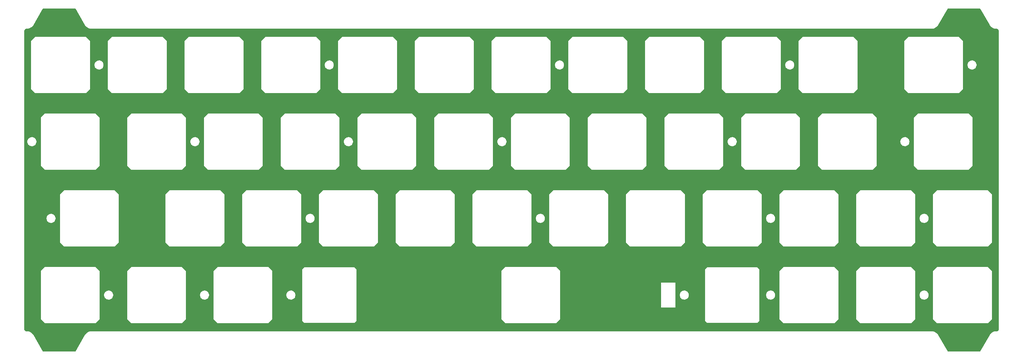
<source format=gbr>
%TF.GenerationSoftware,KiCad,Pcbnew,8.0.5*%
%TF.CreationDate,2024-10-29T17:29:43+01:00*%
%TF.ProjectId,plate campsite,706c6174-6520-4636-916d-70736974652e,rev?*%
%TF.SameCoordinates,Original*%
%TF.FileFunction,Copper,L2,Bot*%
%TF.FilePolarity,Positive*%
%FSLAX46Y46*%
G04 Gerber Fmt 4.6, Leading zero omitted, Abs format (unit mm)*
G04 Created by KiCad (PCBNEW 8.0.5) date 2024-10-29 17:29:43*
%MOMM*%
%LPD*%
G01*
G04 APERTURE LIST*
G04 APERTURE END LIST*
%TA.AperFunction,Conductor*%
%TO.N,GND*%
G36*
X36219096Y-16975935D02*
G01*
X36259443Y-17018249D01*
X38533049Y-20956250D01*
X38603111Y-21072778D01*
X38610186Y-21084546D01*
X38610186Y-21084547D01*
X38796818Y-21318586D01*
X38796834Y-21318605D01*
X39016279Y-21522227D01*
X39263622Y-21690867D01*
X39533337Y-21820758D01*
X39819400Y-21908999D01*
X40115419Y-21953617D01*
X40265100Y-21956250D01*
X40265110Y-21956250D01*
X248659900Y-21956250D01*
X248659925Y-21956250D01*
X248773293Y-21954236D01*
X248809579Y-21953592D01*
X249105595Y-21908974D01*
X249391653Y-21820735D01*
X249661365Y-21690845D01*
X249908705Y-21522207D01*
X250128148Y-21318588D01*
X250314791Y-21084536D01*
X250391951Y-20956250D01*
X252665556Y-17018249D01*
X252716123Y-16970034D01*
X252772943Y-16956250D01*
X260701557Y-16956250D01*
X260768596Y-16975935D01*
X260808943Y-17018249D01*
X263082549Y-20956250D01*
X263152611Y-21072778D01*
X263159686Y-21084546D01*
X263159686Y-21084547D01*
X263346318Y-21318586D01*
X263346334Y-21318605D01*
X263565779Y-21522227D01*
X263813122Y-21690867D01*
X264082837Y-21820758D01*
X264368900Y-21908999D01*
X264664919Y-21953617D01*
X264814600Y-21956250D01*
X264879213Y-21956250D01*
X264883266Y-21956316D01*
X264884275Y-21956349D01*
X264932530Y-21957927D01*
X264960573Y-21962087D01*
X265057645Y-21988105D01*
X265087542Y-22000490D01*
X265172797Y-22049716D01*
X265198474Y-22069420D01*
X265268079Y-22139025D01*
X265287783Y-22164702D01*
X265337007Y-22249953D01*
X265349395Y-22279856D01*
X265375411Y-22376924D01*
X265379572Y-22404970D01*
X265381184Y-22454232D01*
X265381250Y-22458287D01*
X265381250Y-96604212D01*
X265381184Y-96608267D01*
X265379572Y-96657529D01*
X265375411Y-96685575D01*
X265349395Y-96782643D01*
X265337007Y-96812546D01*
X265287783Y-96897797D01*
X265268079Y-96923474D01*
X265198474Y-96993079D01*
X265172797Y-97012783D01*
X265087546Y-97062007D01*
X265057643Y-97074395D01*
X264960575Y-97100411D01*
X264932530Y-97104572D01*
X264889520Y-97105979D01*
X264883264Y-97106184D01*
X264879213Y-97106250D01*
X264814580Y-97106250D01*
X264664946Y-97109044D01*
X264664927Y-97109046D01*
X264368933Y-97153659D01*
X264368932Y-97153659D01*
X264082894Y-97241888D01*
X263813192Y-97371766D01*
X263565864Y-97540386D01*
X263346424Y-97743991D01*
X263159792Y-97978010D01*
X263159782Y-97978024D01*
X263082553Y-98106239D01*
X260808944Y-102044250D01*
X260758377Y-102092466D01*
X260701557Y-102106250D01*
X252772943Y-102106250D01*
X252705904Y-102086565D01*
X252665556Y-102044250D01*
X250391951Y-98106249D01*
X250314692Y-97978032D01*
X250128054Y-97744004D01*
X249908622Y-97540407D01*
X249908620Y-97540405D01*
X249793173Y-97461698D01*
X249661296Y-97371788D01*
X249661253Y-97371767D01*
X249391597Y-97241911D01*
X249105567Y-97153684D01*
X249105557Y-97153681D01*
X248809563Y-97109069D01*
X248659900Y-97106250D01*
X40265100Y-97106250D01*
X40265080Y-97106250D01*
X40115446Y-97109044D01*
X40115427Y-97109046D01*
X39819433Y-97153659D01*
X39819432Y-97153659D01*
X39533394Y-97241888D01*
X39263692Y-97371766D01*
X39016364Y-97540386D01*
X38796924Y-97743991D01*
X38610292Y-97978010D01*
X38610282Y-97978024D01*
X38533053Y-98106239D01*
X36259444Y-102044250D01*
X36208877Y-102092466D01*
X36152057Y-102106250D01*
X28223443Y-102106250D01*
X28156404Y-102086565D01*
X28116056Y-102044250D01*
X25842451Y-98106250D01*
X25765311Y-97977949D01*
X25578666Y-97743895D01*
X25359221Y-97540273D01*
X25111878Y-97371633D01*
X24842163Y-97241742D01*
X24842161Y-97241741D01*
X24556100Y-97153501D01*
X24260085Y-97108883D01*
X24260074Y-97108882D01*
X24135400Y-97106689D01*
X24110400Y-97106250D01*
X24110390Y-97106250D01*
X24045786Y-97106250D01*
X24041733Y-97106184D01*
X24037932Y-97106059D01*
X23992469Y-97104572D01*
X23964422Y-97100411D01*
X23867355Y-97074395D01*
X23837453Y-97062007D01*
X23752202Y-97012783D01*
X23726525Y-96993079D01*
X23656920Y-96923474D01*
X23637216Y-96897797D01*
X23587992Y-96812546D01*
X23575604Y-96782644D01*
X23549588Y-96685577D01*
X23545427Y-96657528D01*
X23543816Y-96608266D01*
X23543750Y-96604213D01*
X23543750Y-82106249D01*
X27625000Y-82106249D01*
X27625000Y-82106250D01*
X27625000Y-94106250D01*
X28625000Y-95106250D01*
X41225000Y-95106250D01*
X42225000Y-94106250D01*
X42225000Y-88106250D01*
X43324915Y-88106250D01*
X43345247Y-88319174D01*
X43405507Y-88524402D01*
X43455716Y-88621794D01*
X43503520Y-88714521D01*
X43635735Y-88882645D01*
X43635743Y-88882653D01*
X43797387Y-89022717D01*
X43982619Y-89129661D01*
X43982620Y-89129661D01*
X43982623Y-89129663D01*
X44184751Y-89199621D01*
X44396466Y-89230061D01*
X44610116Y-89219883D01*
X44817979Y-89169456D01*
X45012543Y-89080602D01*
X45186774Y-88956533D01*
X45334377Y-88801731D01*
X45450015Y-88621794D01*
X45529511Y-88423223D01*
X45569991Y-88213196D01*
X45572532Y-88106250D01*
X45569991Y-87999304D01*
X45529511Y-87789277D01*
X45450015Y-87590706D01*
X45334377Y-87410769D01*
X45186774Y-87255967D01*
X45012543Y-87131898D01*
X45012541Y-87131897D01*
X45012542Y-87131897D01*
X44905116Y-87082838D01*
X44817979Y-87043044D01*
X44610116Y-86992617D01*
X44396466Y-86982439D01*
X44396465Y-86982439D01*
X44396464Y-86982439D01*
X44396463Y-86982439D01*
X44184749Y-87012879D01*
X43982619Y-87082838D01*
X43797388Y-87189782D01*
X43797387Y-87189782D01*
X43635743Y-87329846D01*
X43635735Y-87329854D01*
X43503520Y-87497978D01*
X43455716Y-87590706D01*
X43405507Y-87688098D01*
X43345247Y-87893326D01*
X43324915Y-88106250D01*
X42225000Y-88106250D01*
X42225000Y-82106250D01*
X42224999Y-82106249D01*
X49056250Y-82106249D01*
X49056250Y-82106250D01*
X49056250Y-94106250D01*
X50056250Y-95106250D01*
X62656250Y-95106250D01*
X63656250Y-94106250D01*
X63656250Y-88106250D01*
X67137415Y-88106250D01*
X67157747Y-88319174D01*
X67218007Y-88524402D01*
X67268216Y-88621794D01*
X67316020Y-88714521D01*
X67448235Y-88882645D01*
X67448243Y-88882653D01*
X67609887Y-89022717D01*
X67795119Y-89129661D01*
X67795120Y-89129661D01*
X67795123Y-89129663D01*
X67997251Y-89199621D01*
X68208966Y-89230061D01*
X68422616Y-89219883D01*
X68630479Y-89169456D01*
X68825043Y-89080602D01*
X68999274Y-88956533D01*
X69146877Y-88801731D01*
X69262515Y-88621794D01*
X69342011Y-88423223D01*
X69382491Y-88213196D01*
X69385032Y-88106250D01*
X69382491Y-87999304D01*
X69342011Y-87789277D01*
X69262515Y-87590706D01*
X69146877Y-87410769D01*
X68999274Y-87255967D01*
X68825043Y-87131898D01*
X68825041Y-87131897D01*
X68825042Y-87131897D01*
X68717616Y-87082838D01*
X68630479Y-87043044D01*
X68422616Y-86992617D01*
X68208966Y-86982439D01*
X68208965Y-86982439D01*
X68208964Y-86982439D01*
X68208963Y-86982439D01*
X67997249Y-87012879D01*
X67795119Y-87082838D01*
X67609888Y-87189782D01*
X67609887Y-87189782D01*
X67448243Y-87329846D01*
X67448235Y-87329854D01*
X67316020Y-87497978D01*
X67268216Y-87590706D01*
X67218007Y-87688098D01*
X67157747Y-87893326D01*
X67137415Y-88106250D01*
X63656250Y-88106250D01*
X63656250Y-82106250D01*
X63656249Y-82106249D01*
X70487500Y-82106249D01*
X70487500Y-82106250D01*
X70487500Y-94106250D01*
X71487500Y-95106250D01*
X84087500Y-95106250D01*
X85087500Y-94106250D01*
X85087500Y-88106250D01*
X88568665Y-88106250D01*
X88588997Y-88319174D01*
X88649257Y-88524402D01*
X88699466Y-88621794D01*
X88747270Y-88714521D01*
X88879485Y-88882645D01*
X88879493Y-88882653D01*
X89041137Y-89022717D01*
X89226369Y-89129661D01*
X89226370Y-89129661D01*
X89226373Y-89129663D01*
X89428501Y-89199621D01*
X89640216Y-89230061D01*
X89853866Y-89219883D01*
X90061729Y-89169456D01*
X90256293Y-89080602D01*
X90430524Y-88956533D01*
X90578127Y-88801731D01*
X90693765Y-88621794D01*
X90773261Y-88423223D01*
X90813741Y-88213196D01*
X90816282Y-88106250D01*
X90813741Y-87999304D01*
X90773261Y-87789277D01*
X90693765Y-87590706D01*
X90578127Y-87410769D01*
X90430524Y-87255967D01*
X90256293Y-87131898D01*
X90256291Y-87131897D01*
X90256292Y-87131897D01*
X90148866Y-87082838D01*
X90061729Y-87043044D01*
X89853866Y-86992617D01*
X89640216Y-86982439D01*
X89640215Y-86982439D01*
X89640214Y-86982439D01*
X89640213Y-86982439D01*
X89428499Y-87012879D01*
X89226369Y-87082838D01*
X89041138Y-87189782D01*
X89041137Y-87189782D01*
X88879493Y-87329846D01*
X88879485Y-87329854D01*
X88747270Y-87497978D01*
X88699466Y-87590706D01*
X88649257Y-87688098D01*
X88588997Y-87893326D01*
X88568665Y-88106250D01*
X85087500Y-88106250D01*
X85087500Y-82106250D01*
X84723999Y-81742749D01*
X92487500Y-81742749D01*
X92487500Y-81742750D01*
X92487500Y-94469750D01*
X92994500Y-94976750D01*
X105442500Y-94976750D01*
X105949500Y-94469750D01*
X105949500Y-82106249D01*
X141925000Y-82106249D01*
X141925000Y-82106250D01*
X141925000Y-94106250D01*
X142925000Y-95106250D01*
X155525000Y-95106250D01*
X156525000Y-94106250D01*
X156525000Y-91182607D01*
X181557575Y-91182607D01*
X185154924Y-91182607D01*
X185154924Y-88106250D01*
X186199915Y-88106250D01*
X186220247Y-88319174D01*
X186280507Y-88524402D01*
X186330716Y-88621794D01*
X186378520Y-88714521D01*
X186510735Y-88882645D01*
X186510743Y-88882653D01*
X186672387Y-89022717D01*
X186857619Y-89129661D01*
X186857620Y-89129661D01*
X186857623Y-89129663D01*
X187059751Y-89199621D01*
X187271466Y-89230061D01*
X187485116Y-89219883D01*
X187692979Y-89169456D01*
X187887543Y-89080602D01*
X188061774Y-88956533D01*
X188209377Y-88801731D01*
X188325015Y-88621794D01*
X188404511Y-88423223D01*
X188444991Y-88213196D01*
X188447532Y-88106250D01*
X188444991Y-87999304D01*
X188404511Y-87789277D01*
X188325015Y-87590706D01*
X188209377Y-87410769D01*
X188061774Y-87255967D01*
X187887543Y-87131898D01*
X187887541Y-87131897D01*
X187887542Y-87131897D01*
X187780116Y-87082838D01*
X187692979Y-87043044D01*
X187485116Y-86992617D01*
X187271466Y-86982439D01*
X187271465Y-86982439D01*
X187271464Y-86982439D01*
X187271463Y-86982439D01*
X187059749Y-87012879D01*
X186857619Y-87082838D01*
X186672388Y-87189782D01*
X186672387Y-87189782D01*
X186510743Y-87329846D01*
X186510735Y-87329854D01*
X186378520Y-87497978D01*
X186330716Y-87590706D01*
X186280507Y-87688098D01*
X186220247Y-87893326D01*
X186199915Y-88106250D01*
X185154924Y-88106250D01*
X185154924Y-85028334D01*
X181557575Y-85028334D01*
X181557575Y-91182607D01*
X156525000Y-91182607D01*
X156525000Y-82106250D01*
X156161500Y-81742750D01*
X192500500Y-81742750D01*
X192500500Y-94469750D01*
X193007500Y-94976750D01*
X205455500Y-94976750D01*
X205962500Y-94469750D01*
X205962500Y-88106250D01*
X207631165Y-88106250D01*
X207651497Y-88319174D01*
X207711757Y-88524402D01*
X207761966Y-88621794D01*
X207809770Y-88714521D01*
X207941985Y-88882645D01*
X207941993Y-88882653D01*
X208103637Y-89022717D01*
X208288869Y-89129661D01*
X208288870Y-89129661D01*
X208288873Y-89129663D01*
X208491001Y-89199621D01*
X208702716Y-89230061D01*
X208916366Y-89219883D01*
X209124229Y-89169456D01*
X209318793Y-89080602D01*
X209493024Y-88956533D01*
X209640627Y-88801731D01*
X209756265Y-88621794D01*
X209835761Y-88423223D01*
X209876241Y-88213196D01*
X209878782Y-88106250D01*
X209876241Y-87999304D01*
X209835761Y-87789277D01*
X209756265Y-87590706D01*
X209640627Y-87410769D01*
X209493024Y-87255967D01*
X209318793Y-87131898D01*
X209318791Y-87131897D01*
X209318792Y-87131897D01*
X209211366Y-87082838D01*
X209124229Y-87043044D01*
X208916366Y-86992617D01*
X208702716Y-86982439D01*
X208702715Y-86982439D01*
X208702714Y-86982439D01*
X208702713Y-86982439D01*
X208490999Y-87012879D01*
X208288869Y-87082838D01*
X208103638Y-87189782D01*
X208103637Y-87189782D01*
X207941993Y-87329846D01*
X207941985Y-87329854D01*
X207809770Y-87497978D01*
X207761966Y-87590706D01*
X207711757Y-87688098D01*
X207651497Y-87893326D01*
X207631165Y-88106250D01*
X205962500Y-88106250D01*
X205962500Y-82106249D01*
X210981250Y-82106249D01*
X210981250Y-82106250D01*
X210981250Y-94106250D01*
X211981250Y-95106250D01*
X224581250Y-95106250D01*
X225581250Y-94106250D01*
X225581250Y-82106250D01*
X225581249Y-82106249D01*
X230031250Y-82106249D01*
X230031250Y-82106250D01*
X230031250Y-94106250D01*
X231031250Y-95106250D01*
X243631250Y-95106250D01*
X244631250Y-94106250D01*
X244631250Y-88106250D01*
X245731165Y-88106250D01*
X245751497Y-88319174D01*
X245811757Y-88524402D01*
X245861966Y-88621794D01*
X245909770Y-88714521D01*
X246041985Y-88882645D01*
X246041993Y-88882653D01*
X246203637Y-89022717D01*
X246388869Y-89129661D01*
X246388870Y-89129661D01*
X246388873Y-89129663D01*
X246591001Y-89199621D01*
X246802716Y-89230061D01*
X247016366Y-89219883D01*
X247224229Y-89169456D01*
X247418793Y-89080602D01*
X247593024Y-88956533D01*
X247740627Y-88801731D01*
X247856265Y-88621794D01*
X247935761Y-88423223D01*
X247976241Y-88213196D01*
X247978782Y-88106250D01*
X247976241Y-87999304D01*
X247935761Y-87789277D01*
X247856265Y-87590706D01*
X247740627Y-87410769D01*
X247593024Y-87255967D01*
X247418793Y-87131898D01*
X247418791Y-87131897D01*
X247418792Y-87131897D01*
X247311366Y-87082838D01*
X247224229Y-87043044D01*
X247016366Y-86992617D01*
X246802716Y-86982439D01*
X246802715Y-86982439D01*
X246802714Y-86982439D01*
X246802713Y-86982439D01*
X246590999Y-87012879D01*
X246388869Y-87082838D01*
X246203638Y-87189782D01*
X246203637Y-87189782D01*
X246041993Y-87329846D01*
X246041985Y-87329854D01*
X245909770Y-87497978D01*
X245861966Y-87590706D01*
X245811757Y-87688098D01*
X245751497Y-87893326D01*
X245731165Y-88106250D01*
X244631250Y-88106250D01*
X244631250Y-82106250D01*
X244631249Y-82106249D01*
X249081250Y-82106249D01*
X249081250Y-82106250D01*
X249081250Y-94106250D01*
X250081250Y-95106250D01*
X262681250Y-95106250D01*
X263681250Y-94106250D01*
X263681250Y-82106250D01*
X262681250Y-81106250D01*
X250081249Y-81106250D01*
X249081250Y-82106249D01*
X244631249Y-82106249D01*
X243631250Y-81106250D01*
X231031249Y-81106250D01*
X230031250Y-82106249D01*
X225581249Y-82106249D01*
X224581250Y-81106250D01*
X211981249Y-81106250D01*
X210981250Y-82106249D01*
X205962500Y-82106249D01*
X205962500Y-81742750D01*
X205462500Y-81235750D01*
X205462499Y-81235750D01*
X193000501Y-81235750D01*
X193000500Y-81235750D01*
X192500500Y-81742750D01*
X156161500Y-81742750D01*
X155525000Y-81106250D01*
X142924999Y-81106250D01*
X141925000Y-82106249D01*
X105949500Y-82106249D01*
X105949500Y-81742750D01*
X105442500Y-81235750D01*
X92994499Y-81235750D01*
X92487500Y-81742749D01*
X84723999Y-81742749D01*
X84087500Y-81106250D01*
X71487499Y-81106250D01*
X70487500Y-82106249D01*
X63656249Y-82106249D01*
X62656250Y-81106250D01*
X50056249Y-81106250D01*
X49056250Y-82106249D01*
X42224999Y-82106249D01*
X41225000Y-81106250D01*
X28624999Y-81106250D01*
X27625000Y-82106249D01*
X23543750Y-82106249D01*
X23543750Y-69056250D01*
X29037415Y-69056250D01*
X29057747Y-69269174D01*
X29118007Y-69474402D01*
X29168216Y-69571794D01*
X29216020Y-69664521D01*
X29348235Y-69832645D01*
X29348243Y-69832653D01*
X29509887Y-69972717D01*
X29695119Y-70079661D01*
X29695120Y-70079661D01*
X29695123Y-70079663D01*
X29897251Y-70149621D01*
X30108966Y-70180061D01*
X30322616Y-70169883D01*
X30530479Y-70119456D01*
X30725043Y-70030602D01*
X30899274Y-69906533D01*
X31046877Y-69751731D01*
X31162515Y-69571794D01*
X31242011Y-69373223D01*
X31282491Y-69163196D01*
X31285032Y-69056250D01*
X31282491Y-68949304D01*
X31242011Y-68739277D01*
X31162515Y-68540706D01*
X31046877Y-68360769D01*
X30899274Y-68205967D01*
X30725043Y-68081898D01*
X30725041Y-68081897D01*
X30725042Y-68081897D01*
X30617616Y-68032838D01*
X30530479Y-67993044D01*
X30322616Y-67942617D01*
X30108966Y-67932439D01*
X30108965Y-67932439D01*
X30108964Y-67932439D01*
X30108963Y-67932439D01*
X29897249Y-67962879D01*
X29695119Y-68032838D01*
X29509888Y-68139782D01*
X29509887Y-68139782D01*
X29348243Y-68279846D01*
X29348235Y-68279854D01*
X29216020Y-68447978D01*
X29168216Y-68540706D01*
X29118007Y-68638098D01*
X29057747Y-68843326D01*
X29037415Y-69056250D01*
X23543750Y-69056250D01*
X23543750Y-63056249D01*
X32387500Y-63056249D01*
X32387500Y-63056250D01*
X32387500Y-75056250D01*
X33387500Y-76056250D01*
X45987500Y-76056250D01*
X46987500Y-75056250D01*
X46987500Y-63056250D01*
X46987499Y-63056249D01*
X58581250Y-63056249D01*
X58581250Y-63056250D01*
X58581250Y-75056250D01*
X59581250Y-76056250D01*
X72181250Y-76056250D01*
X73181250Y-75056250D01*
X73181250Y-63056250D01*
X73181249Y-63056249D01*
X77631250Y-63056249D01*
X77631250Y-63056250D01*
X77631250Y-75056250D01*
X78631250Y-76056250D01*
X91231250Y-76056250D01*
X92231250Y-75056250D01*
X92231250Y-69056250D01*
X93331165Y-69056250D01*
X93351497Y-69269174D01*
X93411757Y-69474402D01*
X93461966Y-69571794D01*
X93509770Y-69664521D01*
X93641985Y-69832645D01*
X93641993Y-69832653D01*
X93803637Y-69972717D01*
X93988869Y-70079661D01*
X93988870Y-70079661D01*
X93988873Y-70079663D01*
X94191001Y-70149621D01*
X94402716Y-70180061D01*
X94616366Y-70169883D01*
X94824229Y-70119456D01*
X95018793Y-70030602D01*
X95193024Y-69906533D01*
X95340627Y-69751731D01*
X95456265Y-69571794D01*
X95535761Y-69373223D01*
X95576241Y-69163196D01*
X95578782Y-69056250D01*
X95576241Y-68949304D01*
X95535761Y-68739277D01*
X95456265Y-68540706D01*
X95340627Y-68360769D01*
X95193024Y-68205967D01*
X95018793Y-68081898D01*
X95018791Y-68081897D01*
X95018792Y-68081897D01*
X94911366Y-68032838D01*
X94824229Y-67993044D01*
X94616366Y-67942617D01*
X94402716Y-67932439D01*
X94402715Y-67932439D01*
X94402714Y-67932439D01*
X94402713Y-67932439D01*
X94190999Y-67962879D01*
X93988869Y-68032838D01*
X93803638Y-68139782D01*
X93803637Y-68139782D01*
X93641993Y-68279846D01*
X93641985Y-68279854D01*
X93509770Y-68447978D01*
X93461966Y-68540706D01*
X93411757Y-68638098D01*
X93351497Y-68843326D01*
X93331165Y-69056250D01*
X92231250Y-69056250D01*
X92231250Y-63056250D01*
X92231249Y-63056249D01*
X96681250Y-63056249D01*
X96681250Y-63056250D01*
X96681250Y-75056250D01*
X97681250Y-76056250D01*
X110281250Y-76056250D01*
X111281250Y-75056250D01*
X111281250Y-63056250D01*
X111281249Y-63056249D01*
X115731250Y-63056249D01*
X115731250Y-63056250D01*
X115731250Y-75056250D01*
X116731250Y-76056250D01*
X129331250Y-76056250D01*
X130331250Y-75056250D01*
X130331250Y-63056250D01*
X130331249Y-63056249D01*
X134781250Y-63056249D01*
X134781250Y-63056250D01*
X134781250Y-75056250D01*
X135781250Y-76056250D01*
X148381250Y-76056250D01*
X149381250Y-75056250D01*
X149381250Y-69056250D01*
X150481165Y-69056250D01*
X150501497Y-69269174D01*
X150561757Y-69474402D01*
X150611966Y-69571794D01*
X150659770Y-69664521D01*
X150791985Y-69832645D01*
X150791993Y-69832653D01*
X150953637Y-69972717D01*
X151138869Y-70079661D01*
X151138870Y-70079661D01*
X151138873Y-70079663D01*
X151341001Y-70149621D01*
X151552716Y-70180061D01*
X151766366Y-70169883D01*
X151974229Y-70119456D01*
X152168793Y-70030602D01*
X152343024Y-69906533D01*
X152490627Y-69751731D01*
X152606265Y-69571794D01*
X152685761Y-69373223D01*
X152726241Y-69163196D01*
X152728782Y-69056250D01*
X152726241Y-68949304D01*
X152685761Y-68739277D01*
X152606265Y-68540706D01*
X152490627Y-68360769D01*
X152343024Y-68205967D01*
X152168793Y-68081898D01*
X152168791Y-68081897D01*
X152168792Y-68081897D01*
X152061366Y-68032838D01*
X151974229Y-67993044D01*
X151766366Y-67942617D01*
X151552716Y-67932439D01*
X151552715Y-67932439D01*
X151552714Y-67932439D01*
X151552713Y-67932439D01*
X151340999Y-67962879D01*
X151138869Y-68032838D01*
X150953638Y-68139782D01*
X150953637Y-68139782D01*
X150791993Y-68279846D01*
X150791985Y-68279854D01*
X150659770Y-68447978D01*
X150611966Y-68540706D01*
X150561757Y-68638098D01*
X150501497Y-68843326D01*
X150481165Y-69056250D01*
X149381250Y-69056250D01*
X149381250Y-63056250D01*
X149381249Y-63056249D01*
X153831250Y-63056249D01*
X153831250Y-63056250D01*
X153831250Y-75056250D01*
X154831250Y-76056250D01*
X167431250Y-76056250D01*
X168431250Y-75056250D01*
X168431250Y-63056250D01*
X168431249Y-63056249D01*
X172881250Y-63056249D01*
X172881250Y-63056250D01*
X172881250Y-75056250D01*
X173881250Y-76056250D01*
X186481250Y-76056250D01*
X187481250Y-75056250D01*
X187481250Y-63056250D01*
X187481249Y-63056249D01*
X191931250Y-63056249D01*
X191931250Y-63056250D01*
X191931250Y-75056250D01*
X192931250Y-76056250D01*
X205531250Y-76056250D01*
X206531250Y-75056250D01*
X206531250Y-69056250D01*
X207631165Y-69056250D01*
X207651497Y-69269174D01*
X207711757Y-69474402D01*
X207761966Y-69571794D01*
X207809770Y-69664521D01*
X207941985Y-69832645D01*
X207941993Y-69832653D01*
X208103637Y-69972717D01*
X208288869Y-70079661D01*
X208288870Y-70079661D01*
X208288873Y-70079663D01*
X208491001Y-70149621D01*
X208702716Y-70180061D01*
X208916366Y-70169883D01*
X209124229Y-70119456D01*
X209318793Y-70030602D01*
X209493024Y-69906533D01*
X209640627Y-69751731D01*
X209756265Y-69571794D01*
X209835761Y-69373223D01*
X209876241Y-69163196D01*
X209878782Y-69056250D01*
X209876241Y-68949304D01*
X209835761Y-68739277D01*
X209756265Y-68540706D01*
X209640627Y-68360769D01*
X209493024Y-68205967D01*
X209318793Y-68081898D01*
X209318791Y-68081897D01*
X209318792Y-68081897D01*
X209211366Y-68032838D01*
X209124229Y-67993044D01*
X208916366Y-67942617D01*
X208702716Y-67932439D01*
X208702715Y-67932439D01*
X208702714Y-67932439D01*
X208702713Y-67932439D01*
X208490999Y-67962879D01*
X208288869Y-68032838D01*
X208103638Y-68139782D01*
X208103637Y-68139782D01*
X207941993Y-68279846D01*
X207941985Y-68279854D01*
X207809770Y-68447978D01*
X207761966Y-68540706D01*
X207711757Y-68638098D01*
X207651497Y-68843326D01*
X207631165Y-69056250D01*
X206531250Y-69056250D01*
X206531250Y-63056250D01*
X206531249Y-63056249D01*
X210981250Y-63056249D01*
X210981250Y-63056250D01*
X210981250Y-75056250D01*
X211981250Y-76056250D01*
X224581250Y-76056250D01*
X225581250Y-75056250D01*
X225581250Y-63056250D01*
X225581249Y-63056249D01*
X230031250Y-63056249D01*
X230031250Y-63056250D01*
X230031250Y-75056250D01*
X231031250Y-76056250D01*
X243631250Y-76056250D01*
X244631250Y-75056250D01*
X244631250Y-69056250D01*
X245731165Y-69056250D01*
X245751497Y-69269174D01*
X245811757Y-69474402D01*
X245861966Y-69571794D01*
X245909770Y-69664521D01*
X246041985Y-69832645D01*
X246041993Y-69832653D01*
X246203637Y-69972717D01*
X246388869Y-70079661D01*
X246388870Y-70079661D01*
X246388873Y-70079663D01*
X246591001Y-70149621D01*
X246802716Y-70180061D01*
X247016366Y-70169883D01*
X247224229Y-70119456D01*
X247418793Y-70030602D01*
X247593024Y-69906533D01*
X247740627Y-69751731D01*
X247856265Y-69571794D01*
X247935761Y-69373223D01*
X247976241Y-69163196D01*
X247978782Y-69056250D01*
X247976241Y-68949304D01*
X247935761Y-68739277D01*
X247856265Y-68540706D01*
X247740627Y-68360769D01*
X247593024Y-68205967D01*
X247418793Y-68081898D01*
X247418791Y-68081897D01*
X247418792Y-68081897D01*
X247311366Y-68032838D01*
X247224229Y-67993044D01*
X247016366Y-67942617D01*
X246802716Y-67932439D01*
X246802715Y-67932439D01*
X246802714Y-67932439D01*
X246802713Y-67932439D01*
X246590999Y-67962879D01*
X246388869Y-68032838D01*
X246203638Y-68139782D01*
X246203637Y-68139782D01*
X246041993Y-68279846D01*
X246041985Y-68279854D01*
X245909770Y-68447978D01*
X245861966Y-68540706D01*
X245811757Y-68638098D01*
X245751497Y-68843326D01*
X245731165Y-69056250D01*
X244631250Y-69056250D01*
X244631250Y-63056250D01*
X244631249Y-63056249D01*
X249081250Y-63056249D01*
X249081250Y-63056250D01*
X249081250Y-75056250D01*
X250081250Y-76056250D01*
X262681250Y-76056250D01*
X263681250Y-75056250D01*
X263681250Y-63056250D01*
X262681250Y-62056250D01*
X250081249Y-62056250D01*
X249081250Y-63056249D01*
X244631249Y-63056249D01*
X243631250Y-62056250D01*
X231031249Y-62056250D01*
X230031250Y-63056249D01*
X225581249Y-63056249D01*
X224581250Y-62056250D01*
X211981249Y-62056250D01*
X210981250Y-63056249D01*
X206531249Y-63056249D01*
X205531250Y-62056250D01*
X192931249Y-62056250D01*
X191931250Y-63056249D01*
X187481249Y-63056249D01*
X186481250Y-62056250D01*
X173881249Y-62056250D01*
X172881250Y-63056249D01*
X168431249Y-63056249D01*
X167431250Y-62056250D01*
X154831249Y-62056250D01*
X153831250Y-63056249D01*
X149381249Y-63056249D01*
X148381250Y-62056250D01*
X135781249Y-62056250D01*
X134781250Y-63056249D01*
X130331249Y-63056249D01*
X129331250Y-62056250D01*
X116731249Y-62056250D01*
X115731250Y-63056249D01*
X111281249Y-63056249D01*
X110281250Y-62056250D01*
X97681249Y-62056250D01*
X96681250Y-63056249D01*
X92231249Y-63056249D01*
X91231250Y-62056250D01*
X78631249Y-62056250D01*
X77631250Y-63056249D01*
X73181249Y-63056249D01*
X72181250Y-62056250D01*
X59581249Y-62056250D01*
X58581250Y-63056249D01*
X46987499Y-63056249D01*
X45987500Y-62056250D01*
X33387499Y-62056250D01*
X32387500Y-63056249D01*
X23543750Y-63056249D01*
X23543750Y-50006250D01*
X24274915Y-50006250D01*
X24295247Y-50219174D01*
X24355507Y-50424402D01*
X24405716Y-50521794D01*
X24453520Y-50614521D01*
X24585735Y-50782645D01*
X24585743Y-50782653D01*
X24747387Y-50922717D01*
X24932619Y-51029661D01*
X24932620Y-51029661D01*
X24932623Y-51029663D01*
X25134751Y-51099621D01*
X25346466Y-51130061D01*
X25560116Y-51119883D01*
X25767979Y-51069456D01*
X25962543Y-50980602D01*
X26136774Y-50856533D01*
X26284377Y-50701731D01*
X26400015Y-50521794D01*
X26479511Y-50323223D01*
X26519991Y-50113196D01*
X26522532Y-50006250D01*
X26519991Y-49899304D01*
X26479511Y-49689277D01*
X26400015Y-49490706D01*
X26284377Y-49310769D01*
X26136774Y-49155967D01*
X25962543Y-49031898D01*
X25962541Y-49031897D01*
X25962542Y-49031897D01*
X25855116Y-48982838D01*
X25767979Y-48943044D01*
X25560116Y-48892617D01*
X25346466Y-48882439D01*
X25346465Y-48882439D01*
X25346464Y-48882439D01*
X25346463Y-48882439D01*
X25134749Y-48912879D01*
X24932619Y-48982838D01*
X24747388Y-49089782D01*
X24747387Y-49089782D01*
X24585743Y-49229846D01*
X24585735Y-49229854D01*
X24453520Y-49397978D01*
X24405716Y-49490706D01*
X24355507Y-49588098D01*
X24295247Y-49793326D01*
X24274915Y-50006250D01*
X23543750Y-50006250D01*
X23543750Y-44006249D01*
X27625000Y-44006249D01*
X27625000Y-44006250D01*
X27625000Y-56006250D01*
X28625000Y-57006250D01*
X41225000Y-57006250D01*
X42225000Y-56006250D01*
X42225000Y-44006250D01*
X42224999Y-44006249D01*
X49056250Y-44006249D01*
X49056250Y-44006250D01*
X49056250Y-56006250D01*
X50056250Y-57006250D01*
X62656250Y-57006250D01*
X63656250Y-56006250D01*
X63656250Y-50006250D01*
X64756165Y-50006250D01*
X64776497Y-50219174D01*
X64836757Y-50424402D01*
X64886966Y-50521794D01*
X64934770Y-50614521D01*
X65066985Y-50782645D01*
X65066993Y-50782653D01*
X65228637Y-50922717D01*
X65413869Y-51029661D01*
X65413870Y-51029661D01*
X65413873Y-51029663D01*
X65616001Y-51099621D01*
X65827716Y-51130061D01*
X66041366Y-51119883D01*
X66249229Y-51069456D01*
X66443793Y-50980602D01*
X66618024Y-50856533D01*
X66765627Y-50701731D01*
X66881265Y-50521794D01*
X66960761Y-50323223D01*
X67001241Y-50113196D01*
X67003782Y-50006250D01*
X67001241Y-49899304D01*
X66960761Y-49689277D01*
X66881265Y-49490706D01*
X66765627Y-49310769D01*
X66618024Y-49155967D01*
X66443793Y-49031898D01*
X66443791Y-49031897D01*
X66443792Y-49031897D01*
X66336366Y-48982838D01*
X66249229Y-48943044D01*
X66041366Y-48892617D01*
X65827716Y-48882439D01*
X65827715Y-48882439D01*
X65827714Y-48882439D01*
X65827713Y-48882439D01*
X65615999Y-48912879D01*
X65413869Y-48982838D01*
X65228638Y-49089782D01*
X65228637Y-49089782D01*
X65066993Y-49229846D01*
X65066985Y-49229854D01*
X64934770Y-49397978D01*
X64886966Y-49490706D01*
X64836757Y-49588098D01*
X64776497Y-49793326D01*
X64756165Y-50006250D01*
X63656250Y-50006250D01*
X63656250Y-44006250D01*
X63656249Y-44006249D01*
X68106250Y-44006249D01*
X68106250Y-44006250D01*
X68106250Y-56006250D01*
X69106250Y-57006250D01*
X81706250Y-57006250D01*
X82706250Y-56006250D01*
X82706250Y-44006250D01*
X82706249Y-44006249D01*
X87156250Y-44006249D01*
X87156250Y-44006250D01*
X87156250Y-56006250D01*
X88156250Y-57006250D01*
X100756250Y-57006250D01*
X101756250Y-56006250D01*
X101756250Y-50006250D01*
X102856165Y-50006250D01*
X102876497Y-50219174D01*
X102936757Y-50424402D01*
X102986966Y-50521794D01*
X103034770Y-50614521D01*
X103166985Y-50782645D01*
X103166993Y-50782653D01*
X103328637Y-50922717D01*
X103513869Y-51029661D01*
X103513870Y-51029661D01*
X103513873Y-51029663D01*
X103716001Y-51099621D01*
X103927716Y-51130061D01*
X104141366Y-51119883D01*
X104349229Y-51069456D01*
X104543793Y-50980602D01*
X104718024Y-50856533D01*
X104865627Y-50701731D01*
X104981265Y-50521794D01*
X105060761Y-50323223D01*
X105101241Y-50113196D01*
X105103782Y-50006250D01*
X105101241Y-49899304D01*
X105060761Y-49689277D01*
X104981265Y-49490706D01*
X104865627Y-49310769D01*
X104718024Y-49155967D01*
X104543793Y-49031898D01*
X104543791Y-49031897D01*
X104543792Y-49031897D01*
X104436366Y-48982838D01*
X104349229Y-48943044D01*
X104141366Y-48892617D01*
X103927716Y-48882439D01*
X103927715Y-48882439D01*
X103927714Y-48882439D01*
X103927713Y-48882439D01*
X103715999Y-48912879D01*
X103513869Y-48982838D01*
X103328638Y-49089782D01*
X103328637Y-49089782D01*
X103166993Y-49229846D01*
X103166985Y-49229854D01*
X103034770Y-49397978D01*
X102986966Y-49490706D01*
X102936757Y-49588098D01*
X102876497Y-49793326D01*
X102856165Y-50006250D01*
X101756250Y-50006250D01*
X101756250Y-44006250D01*
X101756249Y-44006249D01*
X106206250Y-44006249D01*
X106206250Y-44006250D01*
X106206250Y-56006250D01*
X107206250Y-57006250D01*
X119806250Y-57006250D01*
X120806250Y-56006250D01*
X120806250Y-44006250D01*
X120806249Y-44006249D01*
X125256250Y-44006249D01*
X125256250Y-44006250D01*
X125256250Y-56006250D01*
X126256250Y-57006250D01*
X138856250Y-57006250D01*
X139856250Y-56006250D01*
X139856250Y-50006250D01*
X140956165Y-50006250D01*
X140976497Y-50219174D01*
X141036757Y-50424402D01*
X141086966Y-50521794D01*
X141134770Y-50614521D01*
X141266985Y-50782645D01*
X141266993Y-50782653D01*
X141428637Y-50922717D01*
X141613869Y-51029661D01*
X141613870Y-51029661D01*
X141613873Y-51029663D01*
X141816001Y-51099621D01*
X142027716Y-51130061D01*
X142241366Y-51119883D01*
X142449229Y-51069456D01*
X142643793Y-50980602D01*
X142818024Y-50856533D01*
X142965627Y-50701731D01*
X143081265Y-50521794D01*
X143160761Y-50323223D01*
X143201241Y-50113196D01*
X143203782Y-50006250D01*
X143201241Y-49899304D01*
X143160761Y-49689277D01*
X143081265Y-49490706D01*
X142965627Y-49310769D01*
X142818024Y-49155967D01*
X142643793Y-49031898D01*
X142643791Y-49031897D01*
X142643792Y-49031897D01*
X142536366Y-48982838D01*
X142449229Y-48943044D01*
X142241366Y-48892617D01*
X142027716Y-48882439D01*
X142027715Y-48882439D01*
X142027714Y-48882439D01*
X142027713Y-48882439D01*
X141815999Y-48912879D01*
X141613869Y-48982838D01*
X141428638Y-49089782D01*
X141428637Y-49089782D01*
X141266993Y-49229846D01*
X141266985Y-49229854D01*
X141134770Y-49397978D01*
X141086966Y-49490706D01*
X141036757Y-49588098D01*
X140976497Y-49793326D01*
X140956165Y-50006250D01*
X139856250Y-50006250D01*
X139856250Y-44006250D01*
X139856249Y-44006249D01*
X144306250Y-44006249D01*
X144306250Y-44006250D01*
X144306250Y-56006250D01*
X145306250Y-57006250D01*
X157906250Y-57006250D01*
X158906250Y-56006250D01*
X158906250Y-44006250D01*
X158906249Y-44006249D01*
X163356250Y-44006249D01*
X163356250Y-44006250D01*
X163356250Y-56006250D01*
X164356250Y-57006250D01*
X176956250Y-57006250D01*
X177956250Y-56006250D01*
X177956250Y-44006250D01*
X177956249Y-44006249D01*
X182406250Y-44006249D01*
X182406250Y-44006250D01*
X182406250Y-56006250D01*
X183406250Y-57006250D01*
X196006250Y-57006250D01*
X197006250Y-56006250D01*
X197006250Y-50006250D01*
X198106165Y-50006250D01*
X198126497Y-50219174D01*
X198186757Y-50424402D01*
X198236966Y-50521794D01*
X198284770Y-50614521D01*
X198416985Y-50782645D01*
X198416993Y-50782653D01*
X198578637Y-50922717D01*
X198763869Y-51029661D01*
X198763870Y-51029661D01*
X198763873Y-51029663D01*
X198966001Y-51099621D01*
X199177716Y-51130061D01*
X199391366Y-51119883D01*
X199599229Y-51069456D01*
X199793793Y-50980602D01*
X199968024Y-50856533D01*
X200115627Y-50701731D01*
X200231265Y-50521794D01*
X200310761Y-50323223D01*
X200351241Y-50113196D01*
X200353782Y-50006250D01*
X200351241Y-49899304D01*
X200310761Y-49689277D01*
X200231265Y-49490706D01*
X200115627Y-49310769D01*
X199968024Y-49155967D01*
X199793793Y-49031898D01*
X199793791Y-49031897D01*
X199793792Y-49031897D01*
X199686366Y-48982838D01*
X199599229Y-48943044D01*
X199391366Y-48892617D01*
X199177716Y-48882439D01*
X199177715Y-48882439D01*
X199177714Y-48882439D01*
X199177713Y-48882439D01*
X198965999Y-48912879D01*
X198763869Y-48982838D01*
X198578638Y-49089782D01*
X198578637Y-49089782D01*
X198416993Y-49229846D01*
X198416985Y-49229854D01*
X198284770Y-49397978D01*
X198236966Y-49490706D01*
X198186757Y-49588098D01*
X198126497Y-49793326D01*
X198106165Y-50006250D01*
X197006250Y-50006250D01*
X197006250Y-44006250D01*
X197006249Y-44006249D01*
X201456250Y-44006249D01*
X201456250Y-44006250D01*
X201456250Y-56006250D01*
X202456250Y-57006250D01*
X215056250Y-57006250D01*
X216056250Y-56006250D01*
X216056250Y-44006250D01*
X216056249Y-44006249D01*
X220506250Y-44006249D01*
X220506250Y-44006250D01*
X220506250Y-56006250D01*
X221506250Y-57006250D01*
X234106250Y-57006250D01*
X235106250Y-56006250D01*
X235106250Y-50006250D01*
X240968665Y-50006250D01*
X240988997Y-50219174D01*
X241049257Y-50424402D01*
X241099466Y-50521794D01*
X241147270Y-50614521D01*
X241279485Y-50782645D01*
X241279493Y-50782653D01*
X241441137Y-50922717D01*
X241626369Y-51029661D01*
X241626370Y-51029661D01*
X241626373Y-51029663D01*
X241828501Y-51099621D01*
X242040216Y-51130061D01*
X242253866Y-51119883D01*
X242461729Y-51069456D01*
X242656293Y-50980602D01*
X242830524Y-50856533D01*
X242978127Y-50701731D01*
X243093765Y-50521794D01*
X243173261Y-50323223D01*
X243213741Y-50113196D01*
X243216282Y-50006250D01*
X243213741Y-49899304D01*
X243173261Y-49689277D01*
X243093765Y-49490706D01*
X242978127Y-49310769D01*
X242830524Y-49155967D01*
X242656293Y-49031898D01*
X242656291Y-49031897D01*
X242656292Y-49031897D01*
X242548866Y-48982838D01*
X242461729Y-48943044D01*
X242253866Y-48892617D01*
X242040216Y-48882439D01*
X242040215Y-48882439D01*
X242040214Y-48882439D01*
X242040213Y-48882439D01*
X241828499Y-48912879D01*
X241626369Y-48982838D01*
X241441138Y-49089782D01*
X241441137Y-49089782D01*
X241279493Y-49229846D01*
X241279485Y-49229854D01*
X241147270Y-49397978D01*
X241099466Y-49490706D01*
X241049257Y-49588098D01*
X240988997Y-49793326D01*
X240968665Y-50006250D01*
X235106250Y-50006250D01*
X235106250Y-44006250D01*
X235106249Y-44006249D01*
X244318750Y-44006249D01*
X244318750Y-44006250D01*
X244318750Y-56006250D01*
X245318750Y-57006250D01*
X257918750Y-57006250D01*
X258918750Y-56006250D01*
X258918750Y-44006250D01*
X257918750Y-43006250D01*
X245318749Y-43006250D01*
X244318750Y-44006249D01*
X235106249Y-44006249D01*
X234106250Y-43006250D01*
X221506249Y-43006250D01*
X220506250Y-44006249D01*
X216056249Y-44006249D01*
X215056250Y-43006250D01*
X202456249Y-43006250D01*
X201456250Y-44006249D01*
X197006249Y-44006249D01*
X196006250Y-43006250D01*
X183406249Y-43006250D01*
X182406250Y-44006249D01*
X177956249Y-44006249D01*
X176956250Y-43006250D01*
X164356249Y-43006250D01*
X163356250Y-44006249D01*
X158906249Y-44006249D01*
X157906250Y-43006250D01*
X145306249Y-43006250D01*
X144306250Y-44006249D01*
X139856249Y-44006249D01*
X138856250Y-43006250D01*
X126256249Y-43006250D01*
X125256250Y-44006249D01*
X120806249Y-44006249D01*
X119806250Y-43006250D01*
X107206249Y-43006250D01*
X106206250Y-44006249D01*
X101756249Y-44006249D01*
X100756250Y-43006250D01*
X88156249Y-43006250D01*
X87156250Y-44006249D01*
X82706249Y-44006249D01*
X81706250Y-43006250D01*
X69106249Y-43006250D01*
X68106250Y-44006249D01*
X63656249Y-44006249D01*
X62656250Y-43006250D01*
X50056249Y-43006250D01*
X49056250Y-44006249D01*
X42224999Y-44006249D01*
X41225000Y-43006250D01*
X28624999Y-43006250D01*
X27625000Y-44006249D01*
X23543750Y-44006249D01*
X23543750Y-24956249D01*
X25243750Y-24956249D01*
X25243750Y-24956250D01*
X25243750Y-36956250D01*
X26243750Y-37956250D01*
X38843750Y-37956250D01*
X39843750Y-36956250D01*
X39843750Y-30956250D01*
X40943665Y-30956250D01*
X40963997Y-31169174D01*
X41024257Y-31374402D01*
X41074466Y-31471794D01*
X41122270Y-31564521D01*
X41254485Y-31732645D01*
X41254493Y-31732653D01*
X41416137Y-31872717D01*
X41601369Y-31979661D01*
X41601370Y-31979661D01*
X41601373Y-31979663D01*
X41803501Y-32049621D01*
X42015216Y-32080061D01*
X42228866Y-32069883D01*
X42436729Y-32019456D01*
X42631293Y-31930602D01*
X42805524Y-31806533D01*
X42953127Y-31651731D01*
X43068765Y-31471794D01*
X43148261Y-31273223D01*
X43188741Y-31063196D01*
X43191282Y-30956250D01*
X43188741Y-30849304D01*
X43148261Y-30639277D01*
X43068765Y-30440706D01*
X42953127Y-30260769D01*
X42805524Y-30105967D01*
X42631293Y-29981898D01*
X42631291Y-29981897D01*
X42631292Y-29981897D01*
X42523866Y-29932838D01*
X42436729Y-29893044D01*
X42228866Y-29842617D01*
X42015216Y-29832439D01*
X42015215Y-29832439D01*
X42015214Y-29832439D01*
X42015213Y-29832439D01*
X41803499Y-29862879D01*
X41601369Y-29932838D01*
X41416138Y-30039782D01*
X41416137Y-30039782D01*
X41254493Y-30179846D01*
X41254485Y-30179854D01*
X41122270Y-30347978D01*
X41074466Y-30440706D01*
X41024257Y-30538098D01*
X40963997Y-30743326D01*
X40943665Y-30956250D01*
X39843750Y-30956250D01*
X39843750Y-24956250D01*
X39843749Y-24956249D01*
X44293750Y-24956249D01*
X44293750Y-24956250D01*
X44293750Y-36956250D01*
X45293750Y-37956250D01*
X57893750Y-37956250D01*
X58893750Y-36956250D01*
X58893750Y-24956250D01*
X58893749Y-24956249D01*
X63343750Y-24956249D01*
X63343750Y-24956250D01*
X63343750Y-36956250D01*
X64343750Y-37956250D01*
X76943750Y-37956250D01*
X77943750Y-36956250D01*
X77943750Y-24956250D01*
X77943749Y-24956249D01*
X82393750Y-24956249D01*
X82393750Y-24956250D01*
X82393750Y-36956250D01*
X83393750Y-37956250D01*
X95993750Y-37956250D01*
X96993750Y-36956250D01*
X96993750Y-30956250D01*
X98093665Y-30956250D01*
X98113997Y-31169174D01*
X98174257Y-31374402D01*
X98224466Y-31471794D01*
X98272270Y-31564521D01*
X98404485Y-31732645D01*
X98404493Y-31732653D01*
X98566137Y-31872717D01*
X98751369Y-31979661D01*
X98751370Y-31979661D01*
X98751373Y-31979663D01*
X98953501Y-32049621D01*
X99165216Y-32080061D01*
X99378866Y-32069883D01*
X99586729Y-32019456D01*
X99781293Y-31930602D01*
X99955524Y-31806533D01*
X100103127Y-31651731D01*
X100218765Y-31471794D01*
X100298261Y-31273223D01*
X100338741Y-31063196D01*
X100341282Y-30956250D01*
X100338741Y-30849304D01*
X100298261Y-30639277D01*
X100218765Y-30440706D01*
X100103127Y-30260769D01*
X99955524Y-30105967D01*
X99781293Y-29981898D01*
X99781291Y-29981897D01*
X99781292Y-29981897D01*
X99673866Y-29932838D01*
X99586729Y-29893044D01*
X99378866Y-29842617D01*
X99165216Y-29832439D01*
X99165215Y-29832439D01*
X99165214Y-29832439D01*
X99165213Y-29832439D01*
X98953499Y-29862879D01*
X98751369Y-29932838D01*
X98566138Y-30039782D01*
X98566137Y-30039782D01*
X98404493Y-30179846D01*
X98404485Y-30179854D01*
X98272270Y-30347978D01*
X98224466Y-30440706D01*
X98174257Y-30538098D01*
X98113997Y-30743326D01*
X98093665Y-30956250D01*
X96993750Y-30956250D01*
X96993750Y-24956250D01*
X96993749Y-24956249D01*
X101443750Y-24956249D01*
X101443750Y-24956250D01*
X101443750Y-36956250D01*
X102443750Y-37956250D01*
X115043750Y-37956250D01*
X116043750Y-36956250D01*
X116043750Y-24956250D01*
X116043749Y-24956249D01*
X120493750Y-24956249D01*
X120493750Y-24956250D01*
X120493750Y-36956250D01*
X121493750Y-37956250D01*
X134093750Y-37956250D01*
X135093750Y-36956250D01*
X135093750Y-24956250D01*
X135093749Y-24956249D01*
X139543750Y-24956249D01*
X139543750Y-24956250D01*
X139543750Y-36956250D01*
X140543750Y-37956250D01*
X153143750Y-37956250D01*
X154143750Y-36956250D01*
X154143750Y-30956250D01*
X155243665Y-30956250D01*
X155263997Y-31169174D01*
X155324257Y-31374402D01*
X155374466Y-31471794D01*
X155422270Y-31564521D01*
X155554485Y-31732645D01*
X155554493Y-31732653D01*
X155716137Y-31872717D01*
X155901369Y-31979661D01*
X155901370Y-31979661D01*
X155901373Y-31979663D01*
X156103501Y-32049621D01*
X156315216Y-32080061D01*
X156528866Y-32069883D01*
X156736729Y-32019456D01*
X156931293Y-31930602D01*
X157105524Y-31806533D01*
X157253127Y-31651731D01*
X157368765Y-31471794D01*
X157448261Y-31273223D01*
X157488741Y-31063196D01*
X157491282Y-30956250D01*
X157488741Y-30849304D01*
X157448261Y-30639277D01*
X157368765Y-30440706D01*
X157253127Y-30260769D01*
X157105524Y-30105967D01*
X156931293Y-29981898D01*
X156931291Y-29981897D01*
X156931292Y-29981897D01*
X156823866Y-29932838D01*
X156736729Y-29893044D01*
X156528866Y-29842617D01*
X156315216Y-29832439D01*
X156315215Y-29832439D01*
X156315214Y-29832439D01*
X156315213Y-29832439D01*
X156103499Y-29862879D01*
X155901369Y-29932838D01*
X155716138Y-30039782D01*
X155716137Y-30039782D01*
X155554493Y-30179846D01*
X155554485Y-30179854D01*
X155422270Y-30347978D01*
X155374466Y-30440706D01*
X155324257Y-30538098D01*
X155263997Y-30743326D01*
X155243665Y-30956250D01*
X154143750Y-30956250D01*
X154143750Y-24956250D01*
X154143749Y-24956249D01*
X158593750Y-24956249D01*
X158593750Y-24956250D01*
X158593750Y-36956250D01*
X159593750Y-37956250D01*
X172193750Y-37956250D01*
X173193750Y-36956250D01*
X173193750Y-24956250D01*
X173193749Y-24956249D01*
X177643750Y-24956249D01*
X177643750Y-24956250D01*
X177643750Y-36956250D01*
X178643750Y-37956250D01*
X191243750Y-37956250D01*
X192243750Y-36956250D01*
X192243750Y-24956250D01*
X192243749Y-24956249D01*
X196693750Y-24956249D01*
X196693750Y-24956250D01*
X196693750Y-36956250D01*
X197693750Y-37956250D01*
X210293750Y-37956250D01*
X211293750Y-36956250D01*
X211293750Y-30956250D01*
X212393665Y-30956250D01*
X212413997Y-31169174D01*
X212474257Y-31374402D01*
X212524466Y-31471794D01*
X212572270Y-31564521D01*
X212704485Y-31732645D01*
X212704493Y-31732653D01*
X212866137Y-31872717D01*
X213051369Y-31979661D01*
X213051370Y-31979661D01*
X213051373Y-31979663D01*
X213253501Y-32049621D01*
X213465216Y-32080061D01*
X213678866Y-32069883D01*
X213886729Y-32019456D01*
X214081293Y-31930602D01*
X214255524Y-31806533D01*
X214403127Y-31651731D01*
X214518765Y-31471794D01*
X214598261Y-31273223D01*
X214638741Y-31063196D01*
X214641282Y-30956250D01*
X214638741Y-30849304D01*
X214598261Y-30639277D01*
X214518765Y-30440706D01*
X214403127Y-30260769D01*
X214255524Y-30105967D01*
X214081293Y-29981898D01*
X214081291Y-29981897D01*
X214081292Y-29981897D01*
X213973866Y-29932838D01*
X213886729Y-29893044D01*
X213678866Y-29842617D01*
X213465216Y-29832439D01*
X213465215Y-29832439D01*
X213465214Y-29832439D01*
X213465213Y-29832439D01*
X213253499Y-29862879D01*
X213051369Y-29932838D01*
X212866138Y-30039782D01*
X212866137Y-30039782D01*
X212704493Y-30179846D01*
X212704485Y-30179854D01*
X212572270Y-30347978D01*
X212524466Y-30440706D01*
X212474257Y-30538098D01*
X212413997Y-30743326D01*
X212393665Y-30956250D01*
X211293750Y-30956250D01*
X211293750Y-24956250D01*
X211293749Y-24956249D01*
X215743750Y-24956249D01*
X215743750Y-24956250D01*
X215743750Y-36956250D01*
X216743750Y-37956250D01*
X229343750Y-37956250D01*
X230343750Y-36956250D01*
X230343750Y-24956250D01*
X230343749Y-24956249D01*
X241937500Y-24956249D01*
X241937500Y-24956250D01*
X241937500Y-36956250D01*
X242937500Y-37956250D01*
X255537500Y-37956250D01*
X256537500Y-36956250D01*
X256537500Y-30956250D01*
X257637415Y-30956250D01*
X257657747Y-31169174D01*
X257718007Y-31374402D01*
X257768216Y-31471794D01*
X257816020Y-31564521D01*
X257948235Y-31732645D01*
X257948243Y-31732653D01*
X258109887Y-31872717D01*
X258295119Y-31979661D01*
X258295120Y-31979661D01*
X258295123Y-31979663D01*
X258497251Y-32049621D01*
X258708966Y-32080061D01*
X258922616Y-32069883D01*
X259130479Y-32019456D01*
X259325043Y-31930602D01*
X259499274Y-31806533D01*
X259646877Y-31651731D01*
X259762515Y-31471794D01*
X259842011Y-31273223D01*
X259882491Y-31063196D01*
X259885032Y-30956250D01*
X259882491Y-30849304D01*
X259842011Y-30639277D01*
X259762515Y-30440706D01*
X259646877Y-30260769D01*
X259499274Y-30105967D01*
X259325043Y-29981898D01*
X259325041Y-29981897D01*
X259325042Y-29981897D01*
X259217616Y-29932838D01*
X259130479Y-29893044D01*
X258922616Y-29842617D01*
X258708966Y-29832439D01*
X258708965Y-29832439D01*
X258708964Y-29832439D01*
X258708963Y-29832439D01*
X258497249Y-29862879D01*
X258295119Y-29932838D01*
X258109888Y-30039782D01*
X258109887Y-30039782D01*
X257948243Y-30179846D01*
X257948235Y-30179854D01*
X257816020Y-30347978D01*
X257768216Y-30440706D01*
X257718007Y-30538098D01*
X257657747Y-30743326D01*
X257637415Y-30956250D01*
X256537500Y-30956250D01*
X256537500Y-24956250D01*
X255537500Y-23956250D01*
X242937499Y-23956250D01*
X241937500Y-24956249D01*
X230343749Y-24956249D01*
X229343750Y-23956250D01*
X216743749Y-23956250D01*
X215743750Y-24956249D01*
X211293749Y-24956249D01*
X210293750Y-23956250D01*
X197693749Y-23956250D01*
X196693750Y-24956249D01*
X192243749Y-24956249D01*
X191243750Y-23956250D01*
X178643749Y-23956250D01*
X177643750Y-24956249D01*
X173193749Y-24956249D01*
X172193750Y-23956250D01*
X159593749Y-23956250D01*
X158593750Y-24956249D01*
X154143749Y-24956249D01*
X153143750Y-23956250D01*
X140543749Y-23956250D01*
X139543750Y-24956249D01*
X135093749Y-24956249D01*
X134093750Y-23956250D01*
X121493749Y-23956250D01*
X120493750Y-24956249D01*
X116043749Y-24956249D01*
X115043750Y-23956250D01*
X102443749Y-23956250D01*
X101443750Y-24956249D01*
X96993749Y-24956249D01*
X95993750Y-23956250D01*
X83393749Y-23956250D01*
X82393750Y-24956249D01*
X77943749Y-24956249D01*
X76943750Y-23956250D01*
X64343749Y-23956250D01*
X63343750Y-24956249D01*
X58893749Y-24956249D01*
X57893750Y-23956250D01*
X45293749Y-23956250D01*
X44293750Y-24956249D01*
X39843749Y-24956249D01*
X38843750Y-23956250D01*
X26243749Y-23956250D01*
X25243750Y-24956249D01*
X23543750Y-24956249D01*
X23543750Y-22458286D01*
X23543816Y-22454233D01*
X23545427Y-22404971D01*
X23549588Y-22376924D01*
X23575605Y-22279850D01*
X23587990Y-22249957D01*
X23637218Y-22164698D01*
X23656916Y-22139029D01*
X23726529Y-22069416D01*
X23752198Y-22049718D01*
X23837457Y-22000490D01*
X23867350Y-21988105D01*
X23964427Y-21962087D01*
X23992464Y-21957927D01*
X24040732Y-21956348D01*
X24046798Y-21956301D01*
X24167981Y-21958340D01*
X24178939Y-21958525D01*
X24178939Y-21958524D01*
X24178944Y-21958525D01*
X24447934Y-21931061D01*
X24710777Y-21867627D01*
X24962684Y-21769379D01*
X25199068Y-21638106D01*
X25415624Y-21476199D01*
X25608406Y-21286607D01*
X25608409Y-21286602D01*
X25608412Y-21286600D01*
X25764799Y-21084547D01*
X25773904Y-21072784D01*
X25843412Y-20956805D01*
X28116061Y-17018275D01*
X28166616Y-16970048D01*
X28223463Y-16956250D01*
X36152057Y-16956250D01*
X36219096Y-16975935D01*
G37*
%TD.AperFunction*%
%TD*%
M02*

</source>
